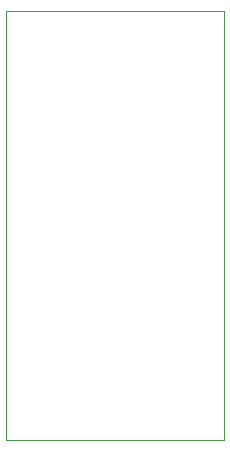
<source format=gbr>
G04 #@! TF.GenerationSoftware,KiCad,Pcbnew,(5.1.4)-1*
G04 #@! TF.CreationDate,2020-02-29T18:51:57+01:00*
G04 #@! TF.ProjectId,PLA_C64,504c415f-4336-4342-9e6b-696361645f70,rev?*
G04 #@! TF.SameCoordinates,Original*
G04 #@! TF.FileFunction,Profile,NP*
%FSLAX46Y46*%
G04 Gerber Fmt 4.6, Leading zero omitted, Abs format (unit mm)*
G04 Created by KiCad (PCBNEW (5.1.4)-1) date 2020-02-29 18:51:57*
%MOMM*%
%LPD*%
G04 APERTURE LIST*
%ADD10C,0.050000*%
G04 APERTURE END LIST*
D10*
X15100000Y-51325000D02*
X33575000Y-51325000D01*
X15100000Y-51325000D02*
X15100000Y-14975000D01*
X33575000Y-14975000D02*
X33575000Y-51325000D01*
X15100000Y-14975000D02*
X33575000Y-14975000D01*
M02*

</source>
